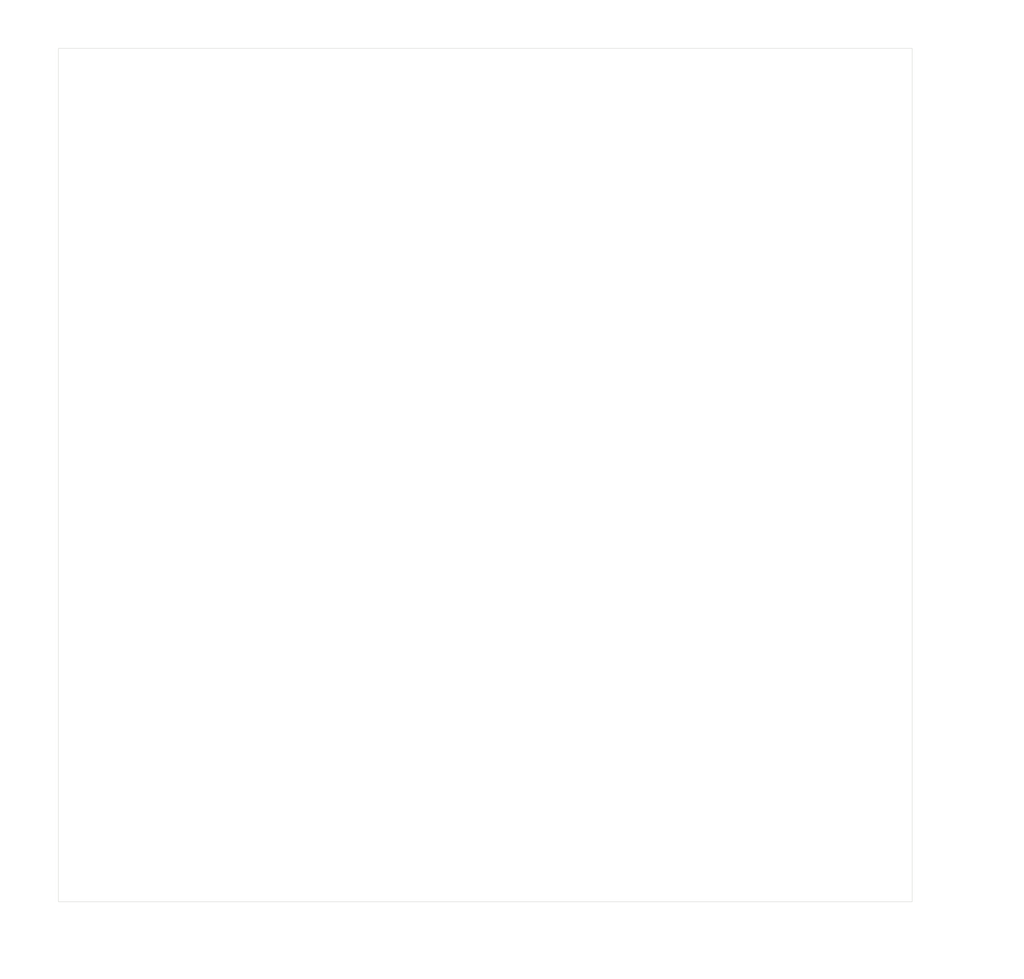
<source format=kicad_pcb>
(kicad_pcb
	(version 20241229)
	(generator "pcbnew")
	(generator_version "9.0")
	(general
		(thickness 1.6)
		(legacy_teardrops no)
	)
	(paper "A4")
	(layers
		(0 "F.Cu" signal)
		(2 "B.Cu" signal)
		(9 "F.Adhes" user "F.Adhesive")
		(11 "B.Adhes" user "B.Adhesive")
		(13 "F.Paste" user)
		(15 "B.Paste" user)
		(5 "F.SilkS" user "F.Silkscreen")
		(7 "B.SilkS" user "B.Silkscreen")
		(1 "F.Mask" user)
		(3 "B.Mask" user)
		(17 "Dwgs.User" user "User.Drawings")
		(19 "Cmts.User" user "User.Comments")
		(21 "Eco1.User" user "User.Eco1")
		(23 "Eco2.User" user "User.Eco2")
		(25 "Edge.Cuts" user)
		(27 "Margin" user)
		(31 "F.CrtYd" user "F.Courtyard")
		(29 "B.CrtYd" user "B.Courtyard")
		(35 "F.Fab" user)
		(33 "B.Fab" user)
		(39 "User.1" user)
		(41 "User.2" user)
		(43 "User.3" user)
		(45 "User.4" user)
	)
	(setup
		(pad_to_mask_clearance 0)
		(allow_soldermask_bridges_in_footprints no)
		(tenting front back)
		(pcbplotparams
			(layerselection 0x00000000_00000000_55555555_5755f5ff)
			(plot_on_all_layers_selection 0x00000000_00000000_00000000_00000000)
			(disableapertmacros no)
			(usegerberextensions no)
			(usegerberattributes yes)
			(usegerberadvancedattributes yes)
			(creategerberjobfile yes)
			(dashed_line_dash_ratio 12.000000)
			(dashed_line_gap_ratio 3.000000)
			(svgprecision 4)
			(plotframeref no)
			(mode 1)
			(useauxorigin no)
			(hpglpennumber 1)
			(hpglpenspeed 20)
			(hpglpendiameter 15.000000)
			(pdf_front_fp_property_popups yes)
			(pdf_back_fp_property_popups yes)
			(pdf_metadata yes)
			(pdf_single_document no)
			(dxfpolygonmode yes)
			(dxfimperialunits yes)
			(dxfusepcbnewfont yes)
			(psnegative no)
			(psa4output no)
			(plot_black_and_white yes)
			(plotinvisibletext no)
			(sketchpadsonfab no)
			(plotpadnumbers no)
			(hidednponfab no)
			(sketchdnponfab yes)
			(crossoutdnponfab yes)
			(subtractmaskfromsilk no)
			(outputformat 1)
			(mirror no)
			(drillshape 1)
			(scaleselection 1)
			(outputdirectory "")
		)
	)
	(net 0 "")
	(gr_rect
		(start 50 50)
		(end 150 150)
		(stroke
			(width 0.05)
			(type solid)
		)
		(fill no)
		(layer "Edge.Cuts")
		(uuid "4f835548-9dc0-46c3-b692-6180dd252e28")
	)
	(zone
		(net 0)
		(net_name "")
		(layers "F.Cu" "B.Cu")
		(uuid "59995456-aa83-44b1-afa4-61f431711665")
		(hatch edge 0.5)
		(connect_pads
			(clearance 0.5)
		)
		(min_thickness 0.25)
		(filled_areas_thickness no)
		(fill
			(thermal_gap 0.5)
			(thermal_bridge_width 0.5)
			(island_removal_mode 1)
			(island_area_min 10)
		)
		(polygon
			(pts
				(xy 44.54 44.61) (xy 163.12 44.33) (xy 162.84 159.05) (xy 43.16 158.5)
			)
		)
	)
	(embedded_fonts no)
)

</source>
